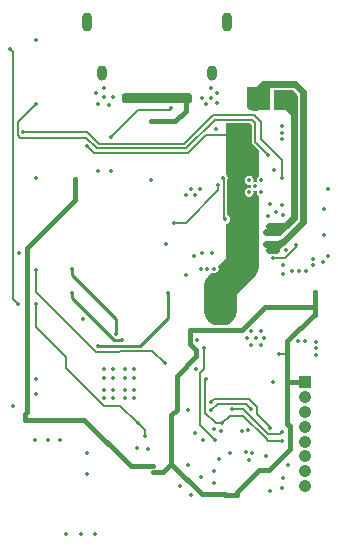
<source format=gbr>
%TF.GenerationSoftware,KiCad,Pcbnew,8.0.3*%
%TF.CreationDate,2024-09-21T17:28:31+02:00*%
%TF.ProjectId,SynchGaze_Transmiter,53796e63-6847-4617-9a65-5f5472616e73,1.0*%
%TF.SameCoordinates,Original*%
%TF.FileFunction,Copper,L4,Bot*%
%TF.FilePolarity,Positive*%
%FSLAX46Y46*%
G04 Gerber Fmt 4.6, Leading zero omitted, Abs format (unit mm)*
G04 Created by KiCad (PCBNEW 8.0.3) date 2024-09-21 17:28:31*
%MOMM*%
%LPD*%
G01*
G04 APERTURE LIST*
%TA.AperFunction,ComponentPad*%
%ADD10R,1.058000X1.058000*%
%TD*%
%TA.AperFunction,ComponentPad*%
%ADD11C,1.058000*%
%TD*%
%TA.AperFunction,ComponentPad*%
%ADD12O,0.900000X1.600000*%
%TD*%
%TA.AperFunction,ComponentPad*%
%ADD13O,0.900000X1.300000*%
%TD*%
%TA.AperFunction,ViaPad*%
%ADD14C,0.350000*%
%TD*%
%TA.AperFunction,Conductor*%
%ADD15C,0.200000*%
%TD*%
%TA.AperFunction,Conductor*%
%ADD16C,0.250000*%
%TD*%
%TA.AperFunction,Conductor*%
%ADD17C,0.400000*%
%TD*%
%TA.AperFunction,Conductor*%
%ADD18C,0.600000*%
%TD*%
G04 APERTURE END LIST*
D10*
%TO.P,J202,1,Pin_1*%
%TO.N,+3V3*%
X165735000Y-80912000D03*
D11*
%TO.P,J202,2,Pin_2*%
%TO.N,GND*%
X165735000Y-82162000D03*
%TO.P,J202,3,Pin_3*%
%TO.N,/MCU/FSPI_CLK*%
X165735000Y-83412000D03*
%TO.P,J202,4,Pin_4*%
%TO.N,/MCU/FSPI_Q*%
X165735000Y-84662000D03*
%TO.P,J202,5,Pin_5*%
%TO.N,/MCU/FSPI_D*%
X165735000Y-85912000D03*
%TO.P,J202,6,Pin_6*%
%TO.N,/MCU/IMU_NCS*%
X165735000Y-87162000D03*
%TO.P,J202,7,Pin_7*%
%TO.N,/MCU/INTER_ACC*%
X165735000Y-88412000D03*
%TO.P,J202,8,Pin_8*%
%TO.N,/MCU/INTER_GYR{slash}BOOT*%
X165735000Y-89662000D03*
%TD*%
D12*
%TO.P,J201,S1,SHELL_GND*%
%TO.N,unconnected-(J201-SHELL_GND-PadS1)_0*%
X159130850Y-50400000D03*
%TO.P,J201,S2,SHELL_GND*%
%TO.N,unconnected-(J201-SHELL_GND-PadS2)_0*%
X147290850Y-50400000D03*
D13*
%TO.P,J201,S3,SHELL_GND*%
%TO.N,unconnected-(J201-SHELL_GND-PadS1)*%
X157860850Y-54720000D03*
%TO.P,J201,S4,SHELL_GND*%
%TO.N,unconnected-(J201-SHELL_GND-PadS2)*%
X148560850Y-54720000D03*
%TD*%
D14*
%TO.N,GND*%
X157505400Y-71272400D03*
X148742400Y-56769000D03*
X149504400Y-79756000D03*
X167386000Y-68402200D03*
X155194000Y-89712800D03*
X161036000Y-64795400D03*
X161315400Y-86868000D03*
X156946599Y-71272400D03*
X148767800Y-82245200D03*
X166700200Y-78028800D03*
X141046200Y-82931000D03*
X155727400Y-71831200D03*
X163880800Y-66700400D03*
X152704800Y-63754000D03*
X151257000Y-79756000D03*
X162839400Y-90093800D03*
X161594800Y-77114400D03*
X146939000Y-75514200D03*
X164693599Y-71450200D03*
X163906200Y-71755000D03*
X151257000Y-82245200D03*
X163830000Y-59766200D03*
X159410400Y-86842600D03*
X148767800Y-80492600D03*
X166700200Y-77495400D03*
X145008600Y-85775800D03*
X161010600Y-87452200D03*
X150520400Y-80492600D03*
X163830000Y-60325000D03*
X166700200Y-78587601D03*
X155879800Y-83261200D03*
X157784800Y-56007000D03*
X163830000Y-65862200D03*
X164128400Y-69672200D03*
X163042600Y-80873600D03*
X163906200Y-70993000D03*
X158064200Y-89433400D03*
X142976600Y-51943000D03*
X162052000Y-63779400D03*
X155879800Y-87909400D03*
X148005800Y-93726000D03*
X143027400Y-81864200D03*
X162052000Y-64795400D03*
X158064200Y-88392000D03*
X163271200Y-66471800D03*
X160832800Y-77114400D03*
X151257000Y-81508599D03*
X146812000Y-93726000D03*
X142875000Y-85775800D03*
X152438100Y-86550500D03*
X162001200Y-76530200D03*
X162331400Y-77114400D03*
X158292800Y-57251600D03*
X157022800Y-69977000D03*
X150520400Y-81508599D03*
X163830000Y-89839800D03*
X151257000Y-80492600D03*
X148742400Y-56007000D03*
X156540200Y-79756000D03*
X150520400Y-82245200D03*
X165811200Y-71450200D03*
X141528800Y-69951600D03*
X163118800Y-62890400D03*
X160959800Y-84963000D03*
X158242000Y-59486800D03*
X163880800Y-88976200D03*
X158064200Y-71272400D03*
X158318200Y-56413400D03*
X160401000Y-84988400D03*
X167386000Y-66243200D03*
X149148800Y-57404000D03*
X149504400Y-80492600D03*
X149529800Y-56769000D03*
X147269200Y-88620600D03*
X164338000Y-87858600D03*
X156489400Y-85166200D03*
X149504400Y-81508600D03*
X165252400Y-71450200D03*
X158688400Y-84996400D03*
X157911800Y-69977000D03*
X162610800Y-66776600D03*
X143022900Y-63636999D03*
X150520400Y-79756000D03*
X167716200Y-70231000D03*
X148259800Y-57353200D03*
X148767800Y-79756000D03*
X156632600Y-77292200D03*
X147269200Y-86893400D03*
X151511000Y-86487000D03*
X165760400Y-77393800D03*
X165176200Y-77393800D03*
X148259800Y-62966600D03*
X156133800Y-90474800D03*
X161544000Y-64287400D03*
X149326600Y-62966600D03*
X161213800Y-77698600D03*
X162458400Y-87172800D03*
X156921200Y-88925400D03*
X143967200Y-85775800D03*
X167741600Y-64541400D03*
X158521400Y-87426800D03*
X163830000Y-59207400D03*
X160756600Y-86766400D03*
X162001200Y-77698600D03*
X157099000Y-85801200D03*
X156362400Y-70205600D03*
X149504400Y-82245200D03*
X158089600Y-84861400D03*
X162839400Y-65811400D03*
X143002000Y-80594200D03*
X167284400Y-70688200D03*
X161036000Y-63779400D03*
X154025600Y-69189600D03*
X148767800Y-81508599D03*
X166446200Y-70993000D03*
X157022801Y-56794400D03*
X145567400Y-93726000D03*
X161213800Y-76530200D03*
X148082000Y-56438800D03*
X166446200Y-70434200D03*
X157403800Y-57327800D03*
X157784800Y-56794400D03*
%TO.N,/MCU/INTER_GYR{slash}BOOT*%
X153900000Y-79300000D03*
X158129600Y-85758400D03*
X143000000Y-71400000D03*
X157200600Y-78003400D03*
%TO.N,/MCU/INTER_ACC*%
X162768876Y-84728724D03*
X157784800Y-82600800D03*
%TO.N,/MCU/FSPI_D*%
X163860000Y-85856600D03*
X157378400Y-80645000D03*
X158724600Y-84378800D03*
%TO.N,/MCU/SPI_DO*%
X154178000Y-73329800D03*
X148259800Y-77825600D03*
%TO.N,/MCU/SPI_NWP*%
X150241000Y-77325600D03*
X146024600Y-73304400D03*
%TO.N,/MCU/FSPI_Q*%
X163809200Y-85094600D03*
X159613600Y-83171000D03*
%TO.N,/MCU/SPI_NCS0*%
X149758400Y-76784200D03*
X146024600Y-71297800D03*
%TO.N,/MCU/IMU_NCS*%
X157784800Y-83261200D03*
X161213800Y-83159600D03*
%TO.N,+3V3*%
X146300000Y-63700000D03*
X166649400Y-74523600D03*
X166649400Y-73279000D03*
X160020000Y-90398600D03*
X156565600Y-78688600D03*
X142036800Y-83591400D03*
X142036800Y-84048600D03*
X154457400Y-87807800D03*
X152857200Y-88011000D03*
X162687000Y-88315800D03*
X154930200Y-83226000D03*
X163601400Y-78486000D03*
X166649400Y-75158600D03*
X152857200Y-88519000D03*
X166649400Y-73888600D03*
X156057600Y-76479400D03*
%TO.N,VBUS*%
X155702000Y-57048400D03*
X155430997Y-56642000D03*
X150994603Y-56642000D03*
X150723600Y-57048400D03*
X158826200Y-63562152D03*
X152704800Y-58801000D03*
X164998400Y-69291200D03*
X163042600Y-70383400D03*
X150469600Y-56642000D03*
X155956000Y-56642000D03*
X159034138Y-67088014D03*
%TO.N,/MCU/CHIP_EN*%
X140800000Y-52700000D03*
X141500000Y-74300000D03*
X143000000Y-74300000D03*
X151612600Y-84378800D03*
X152196800Y-85471000D03*
%TO.N,/MCU/CC2*%
X154460850Y-57658000D03*
X149326600Y-60121800D03*
%TO.N,VCC*%
X159054800Y-75006200D03*
X159334200Y-74549000D03*
X147281281Y-60918719D03*
X161010600Y-59207400D03*
X158648400Y-74371200D03*
X160477200Y-59207400D03*
X159918400Y-59207400D03*
X160172400Y-59613800D03*
X160705800Y-59613800D03*
X158013400Y-74371200D03*
X157403800Y-74371200D03*
%TO.N,/Power/~{CRG}*%
X143000000Y-57300000D03*
X162636200Y-61620400D03*
%TO.N,/Power/~{PG}*%
X163830000Y-63576200D03*
X141900000Y-59700000D03*
%TO.N,/Power/TMR*%
X154660600Y-67386200D03*
X158394400Y-64211200D03*
%TO.N,/Power/BAT*%
X162737800Y-67665600D03*
X163601400Y-68173600D03*
X163042600Y-68173600D03*
X163322000Y-67665600D03*
X164820600Y-56743600D03*
X162458400Y-68173600D03*
X164312600Y-57023000D03*
X164820600Y-57327800D03*
X164312600Y-57632600D03*
%TO.N,GNDPWR*%
X162737800Y-69672200D03*
X163093400Y-69164200D03*
X161086800Y-57327800D03*
X156438600Y-64998600D03*
X163626800Y-69088000D03*
X156083000Y-64541400D03*
X161086800Y-56743600D03*
X162458400Y-69164200D03*
X156845000Y-64541400D03*
X161594800Y-57048400D03*
X161594800Y-57607201D03*
X163328400Y-69672200D03*
X155727400Y-64998600D03*
%TD*%
D15*
%TO.N,/MCU/INTER_GYR{slash}BOOT*%
X153900000Y-79300000D02*
X152850600Y-78250600D01*
X148063048Y-78300600D02*
X143000000Y-73237552D01*
X150050000Y-78300600D02*
X148063048Y-78300600D01*
X152850600Y-78250600D02*
X150100000Y-78250600D01*
X156845000Y-80122952D02*
X156845000Y-84473800D01*
X156845000Y-84473800D02*
X158129600Y-85758400D01*
X143000000Y-73237552D02*
X143000000Y-71400000D01*
X157200600Y-79767352D02*
X156845000Y-80122952D01*
X150100000Y-78250600D02*
X150050000Y-78300600D01*
X157200600Y-78003400D02*
X157200600Y-79767352D01*
%TO.N,/MCU/INTER_ACC*%
X162768876Y-84728724D02*
X162768876Y-84663876D01*
X161021952Y-82296000D02*
X158089600Y-82296000D01*
X158089600Y-82296000D02*
X157784800Y-82600800D01*
X162768876Y-84663876D02*
X161688800Y-83583800D01*
X161688800Y-82962848D02*
X161021952Y-82296000D01*
X161688800Y-83583800D02*
X161688800Y-82962848D01*
%TO.N,/MCU/FSPI_D*%
X160521114Y-83718400D02*
X162437514Y-85634800D01*
X162659315Y-85856600D02*
X163860000Y-85856600D01*
X159385000Y-83718400D02*
X160521114Y-83718400D01*
X158230648Y-84378800D02*
X157309800Y-83457952D01*
X157309800Y-83457952D02*
X157309800Y-80713600D01*
X162437515Y-85634800D02*
X162659315Y-85856600D01*
X158724600Y-84378800D02*
X159385000Y-83718400D01*
X162437514Y-85634800D02*
X162437515Y-85634800D01*
X158724600Y-84378800D02*
X158230648Y-84378800D01*
X157309800Y-80713600D02*
X157378400Y-80645000D01*
D16*
%TO.N,/MCU/SPI_DO*%
X151790400Y-77825600D02*
X154178000Y-75438000D01*
X148259800Y-77825600D02*
X151790400Y-77825600D01*
X154178000Y-75438000D02*
X154178000Y-73329800D01*
%TO.N,/MCU/SPI_NWP*%
X146024600Y-73304400D02*
X146050000Y-73329800D01*
X146024600Y-73761600D02*
X149588600Y-77325600D01*
X149588600Y-77325600D02*
X150241000Y-77325600D01*
X146024600Y-73304400D02*
X146024600Y-73761600D01*
D15*
%TO.N,/MCU/FSPI_Q*%
X162603200Y-85234800D02*
X160539400Y-83171000D01*
X163809200Y-85094600D02*
X163669000Y-85234800D01*
X160539400Y-83171000D02*
X159613600Y-83171000D01*
X163669000Y-85234800D02*
X162603200Y-85234800D01*
D16*
%TO.N,/MCU/SPI_NCS0*%
X146024600Y-71297800D02*
X146024600Y-71831200D01*
X149758400Y-75565000D02*
X149758400Y-76784200D01*
X146024600Y-71831200D02*
X149758400Y-75565000D01*
D15*
%TO.N,/MCU/IMU_NCS*%
X161213800Y-83159600D02*
X160750200Y-82696000D01*
X160750200Y-82696000D02*
X158361352Y-82696000D01*
X157796152Y-83261200D02*
X157784800Y-83261200D01*
X158361352Y-82696000D02*
X157796152Y-83261200D01*
D17*
%TO.N,+3V3*%
X147091400Y-84048600D02*
X151053800Y-88011000D01*
X160451427Y-76479400D02*
X162407227Y-74523600D01*
X146300000Y-65500000D02*
X146300000Y-63700000D01*
X164490400Y-86512400D02*
X164490400Y-84607400D01*
X152857200Y-88519000D02*
X153746200Y-88519000D01*
X142036800Y-84048600D02*
X142036800Y-83591400D01*
X142036800Y-84048600D02*
X147091400Y-84048600D01*
X142036800Y-83591400D02*
X142240000Y-83388200D01*
X158961200Y-90381200D02*
X157030800Y-90381200D01*
X154930200Y-83226000D02*
X154457400Y-83698800D01*
X160020000Y-90398600D02*
X160020000Y-90158827D01*
X164276400Y-80848200D02*
X164515800Y-80848200D01*
X164276400Y-77379200D02*
X166497000Y-75158600D01*
X164276400Y-80848200D02*
X164276400Y-77379200D01*
X164579600Y-80912000D02*
X165735000Y-80912000D01*
X156565600Y-78688600D02*
X156565600Y-78181200D01*
X157030800Y-90381200D02*
X154457400Y-87807800D01*
X142240000Y-83388200D02*
X142240000Y-69560000D01*
X164515800Y-80848200D02*
X164579600Y-80912000D01*
X154457400Y-83698800D02*
X154457400Y-87807800D01*
X153746200Y-88519000D02*
X154457400Y-87807800D01*
X162687000Y-88315800D02*
X164490400Y-86512400D01*
X156057600Y-77673200D02*
X156057600Y-76479400D01*
X164276400Y-84393400D02*
X164276400Y-80848200D01*
X160020000Y-90398600D02*
X158978600Y-90398600D01*
X154930200Y-80324000D02*
X156565600Y-78688600D01*
X156057600Y-76479400D02*
X160451427Y-76479400D01*
X156565600Y-78181200D02*
X156057600Y-77673200D01*
D15*
X163601400Y-78486000D02*
X163652200Y-78536800D01*
D17*
X166649400Y-74523600D02*
X166649400Y-75158600D01*
X166649400Y-73279000D02*
X166649400Y-75158600D01*
X161863027Y-88315800D02*
X162687000Y-88315800D01*
X160020000Y-90158827D02*
X161863027Y-88315800D01*
X151053800Y-88011000D02*
X152857200Y-88011000D01*
X154930200Y-83226000D02*
X154930200Y-80324000D01*
X162407227Y-74523600D02*
X166649400Y-74523600D01*
X166497000Y-75158600D02*
X166649400Y-75158600D01*
X142240000Y-69560000D02*
X146300000Y-65500000D01*
X164490400Y-84607400D02*
X164276400Y-84393400D01*
X158978600Y-90398600D02*
X158961200Y-90381200D01*
D15*
X163652200Y-78536800D02*
X164276400Y-78536800D01*
%TO.N,VBUS*%
X158877000Y-66930876D02*
X158877000Y-63612952D01*
X164998400Y-69473952D02*
X164088952Y-70383400D01*
D17*
X154787600Y-58801000D02*
X155702000Y-57886600D01*
D15*
X164998400Y-69291200D02*
X164998400Y-69473952D01*
X159034138Y-67088014D02*
X158877000Y-66930876D01*
D17*
X155702000Y-57886600D02*
X155702000Y-57048400D01*
X152704800Y-58801000D02*
X154787600Y-58801000D01*
D15*
X164088952Y-70383400D02*
X163042600Y-70383400D01*
X158877000Y-63612952D02*
X158826200Y-63562152D01*
%TO.N,/MCU/CHIP_EN*%
X150139400Y-82905600D02*
X151612600Y-84378800D01*
X141025000Y-52925000D02*
X140800000Y-52700000D01*
X143000000Y-74300000D02*
X143000000Y-76248800D01*
X152196800Y-85471000D02*
X152196800Y-84963000D01*
X141500000Y-74300000D02*
X141025000Y-73825000D01*
X145545301Y-79694453D02*
X148756448Y-82905600D01*
X152196800Y-84963000D02*
X151612600Y-84378800D01*
X148756448Y-82905600D02*
X150139400Y-82905600D01*
X141025000Y-73825000D02*
X141025000Y-52925000D01*
X143000000Y-76248800D02*
X145545301Y-78794101D01*
X145545301Y-78794101D02*
X145545301Y-79694453D01*
%TO.N,/MCU/CC2*%
X154460850Y-57658000D02*
X154308450Y-57810400D01*
X151638000Y-57810400D02*
X149326600Y-60121800D01*
X154308450Y-57810400D02*
X151638000Y-57810400D01*
%TO.N,VCC*%
X157367486Y-59961800D02*
X155829286Y-61500000D01*
X147862562Y-61500000D02*
X147281281Y-60918719D01*
X148200000Y-61500000D02*
X147862562Y-61500000D01*
X159918400Y-59207400D02*
X159164000Y-59961800D01*
X159164000Y-59961800D02*
X157367486Y-59961800D01*
X155829286Y-61500000D02*
X148200000Y-61500000D01*
%TO.N,/Power/~{CRG}*%
X141425000Y-59925000D02*
X141425000Y-58875000D01*
X141675000Y-60175000D02*
X141425000Y-59925000D01*
X161257714Y-58648600D02*
X158115000Y-58648600D01*
X141425000Y-58875000D02*
X143000000Y-57300000D01*
X162636200Y-61620400D02*
X161544000Y-60528200D01*
X155663600Y-61100000D02*
X148134314Y-61100000D01*
X161544000Y-58934886D02*
X161257714Y-58648600D01*
X147209314Y-60175000D02*
X141675000Y-60175000D01*
X148134314Y-61100000D02*
X147209314Y-60175000D01*
X161544000Y-60528200D02*
X161544000Y-58934886D01*
X158115000Y-58648600D02*
X155663600Y-61100000D01*
%TO.N,/Power/~{PG}*%
X163830000Y-63576200D02*
X163830000Y-62091552D01*
X155497914Y-60700000D02*
X148300000Y-60700000D01*
X157949314Y-58248600D02*
X155497914Y-60700000D01*
X161423400Y-58248600D02*
X157949314Y-58248600D01*
X162001200Y-58826400D02*
X161423400Y-58248600D01*
X162001200Y-60262752D02*
X162001200Y-58826400D01*
X148300000Y-60700000D02*
X147300000Y-59700000D01*
X147300000Y-59700000D02*
X141900000Y-59700000D01*
X163830000Y-62091552D02*
X162001200Y-60262752D01*
%TO.N,/Power/TMR*%
X155651200Y-67386200D02*
X158394400Y-64643000D01*
X154660600Y-67386200D02*
X155651200Y-67386200D01*
X158394400Y-64643000D02*
X158394400Y-64211200D01*
D18*
%TO.N,/Power/BAT*%
X164312600Y-57023000D02*
X164312600Y-57683400D01*
X164109400Y-67665600D02*
X163601400Y-68173600D01*
X162737800Y-67665600D02*
X164109400Y-67665600D01*
X164820600Y-58572400D02*
X164820600Y-66954400D01*
X164312600Y-57683400D02*
X164820600Y-58191400D01*
X164820600Y-66954400D02*
X164109400Y-67665600D01*
X164820600Y-56743600D02*
X164820600Y-58572400D01*
X164820600Y-56743600D02*
X164592000Y-56743600D01*
X164820600Y-58191400D02*
X164820600Y-58572400D01*
X163601400Y-68173600D02*
X162458400Y-68173600D01*
X164592000Y-56743600D02*
X164312600Y-57023000D01*
%TO.N,GNDPWR*%
X161594800Y-57607201D02*
X161594800Y-56210200D01*
X162179000Y-55626000D02*
X162458400Y-55626000D01*
X161594800Y-57607201D02*
X161366201Y-57607201D01*
X163848805Y-68997200D02*
X163328400Y-69517605D01*
X161086800Y-57327800D02*
X161086800Y-56718200D01*
X162458400Y-69164200D02*
X163550600Y-69164200D01*
X164922200Y-55626000D02*
X165620600Y-56324400D01*
X163550600Y-69164200D02*
X163626800Y-69088000D01*
X163328400Y-69517605D02*
X163328400Y-69672200D01*
X163328400Y-69672200D02*
X162737800Y-69672200D01*
X163920800Y-68997200D02*
X163848805Y-68997200D01*
X161366201Y-57607201D02*
X161086800Y-57327800D01*
X165620600Y-67297400D02*
X163920800Y-68997200D01*
X161086800Y-56718200D02*
X162179000Y-55626000D01*
X165620600Y-56324400D02*
X165620600Y-67297400D01*
X162179000Y-55626000D02*
X164922200Y-55626000D01*
X161594800Y-56210200D02*
X162179000Y-55626000D01*
%TD*%
%TA.AperFunction,Conductor*%
%TO.N,GNDPWR*%
G36*
X162648405Y-55858330D02*
G01*
X162762069Y-55905412D01*
X162788587Y-55931930D01*
X162835670Y-56045595D01*
X162839400Y-56064347D01*
X162839400Y-57651452D01*
X162835670Y-57670204D01*
X162788587Y-57783869D01*
X162762069Y-57810387D01*
X162648405Y-57857470D01*
X162629653Y-57861200D01*
X161088400Y-57861200D01*
X161053752Y-57846848D01*
X161040471Y-57822387D01*
X161038862Y-57814821D01*
X161038862Y-57814819D01*
X161017610Y-57783896D01*
X160965177Y-57707602D01*
X160935424Y-57684771D01*
X160935422Y-57684770D01*
X160935421Y-57684769D01*
X160935416Y-57684766D01*
X160860127Y-57647636D01*
X160835400Y-57619440D01*
X160832800Y-57603690D01*
X160832800Y-56064347D01*
X160836530Y-56045595D01*
X160883612Y-55931930D01*
X160910130Y-55905412D01*
X161023795Y-55858330D01*
X161042547Y-55854600D01*
X162629653Y-55854600D01*
X162648405Y-55858330D01*
G37*
%TD.AperFunction*%
%TD*%
%TA.AperFunction,Conductor*%
%TO.N,/Power/BAT*%
G36*
X164729238Y-56140852D02*
G01*
X165105748Y-56517362D01*
X165120100Y-56552010D01*
X165120100Y-57664247D01*
X165116370Y-57682999D01*
X165074587Y-57783869D01*
X165048069Y-57810387D01*
X164934405Y-57857470D01*
X164915653Y-57861200D01*
X163328547Y-57861200D01*
X163309795Y-57857470D01*
X163196130Y-57810387D01*
X163169612Y-57783869D01*
X163122530Y-57670204D01*
X163118800Y-57651452D01*
X163118800Y-56175500D01*
X163133152Y-56140852D01*
X163167800Y-56126500D01*
X164694590Y-56126500D01*
X164729238Y-56140852D01*
G37*
%TD.AperFunction*%
%TD*%
%TA.AperFunction,Conductor*%
%TO.N,VBUS*%
G36*
X155993605Y-56417130D02*
G01*
X156107269Y-56464212D01*
X156133787Y-56490730D01*
X156180870Y-56604395D01*
X156184600Y-56623147D01*
X156184600Y-57041852D01*
X156180870Y-57060604D01*
X156133787Y-57174269D01*
X156107269Y-57200787D01*
X155993605Y-57247870D01*
X155974853Y-57251600D01*
X150450747Y-57251600D01*
X150431995Y-57247870D01*
X150318330Y-57200787D01*
X150291812Y-57174269D01*
X150244730Y-57060604D01*
X150241000Y-57041852D01*
X150241000Y-56623147D01*
X150244730Y-56604395D01*
X150291812Y-56490730D01*
X150318330Y-56464212D01*
X150431995Y-56417130D01*
X150450747Y-56413400D01*
X155974853Y-56413400D01*
X155993605Y-56417130D01*
G37*
%TD.AperFunction*%
%TD*%
%TA.AperFunction,Conductor*%
%TO.N,/Power/BAT*%
G36*
X164729238Y-56140852D02*
G01*
X165105748Y-56517362D01*
X165120100Y-56552010D01*
X165120100Y-57664247D01*
X165116370Y-57682999D01*
X165074587Y-57783869D01*
X165048069Y-57810387D01*
X164934405Y-57857470D01*
X164915653Y-57861200D01*
X163328547Y-57861200D01*
X163309795Y-57857470D01*
X163196130Y-57810387D01*
X163169612Y-57783869D01*
X163122530Y-57670204D01*
X163118800Y-57651452D01*
X163118800Y-56175500D01*
X163133152Y-56140852D01*
X163167800Y-56126500D01*
X164694590Y-56126500D01*
X164729238Y-56140852D01*
G37*
%TD.AperFunction*%
%TD*%
%TA.AperFunction,Conductor*%
%TO.N,VCC*%
G36*
X161147595Y-58963452D02*
G01*
X161229148Y-59045005D01*
X161243500Y-59079653D01*
X161243500Y-60587973D01*
X161265145Y-60640227D01*
X161289249Y-60698420D01*
X161289250Y-60698421D01*
X161289250Y-60698422D01*
X161842440Y-61251611D01*
X161856792Y-61286238D01*
X161857720Y-63425376D01*
X161843383Y-63460030D01*
X161829981Y-63469544D01*
X161811860Y-63478270D01*
X161811859Y-63478271D01*
X161704986Y-63612285D01*
X161704984Y-63612289D01*
X161666843Y-63779398D01*
X161666843Y-63779401D01*
X161683435Y-63852096D01*
X161677153Y-63889070D01*
X161646568Y-63910771D01*
X161635226Y-63910771D01*
X161635226Y-63911900D01*
X161452774Y-63911900D01*
X161452774Y-63908996D01*
X161426248Y-63904478D01*
X161404559Y-63873883D01*
X161404564Y-63852096D01*
X161404748Y-63851293D01*
X161421157Y-63779400D01*
X161404199Y-63705102D01*
X161383015Y-63612289D01*
X161383013Y-63612285D01*
X161276142Y-63478273D01*
X161276141Y-63478272D01*
X161238261Y-63460030D01*
X161121709Y-63403901D01*
X161121706Y-63403900D01*
X161121705Y-63403900D01*
X160950295Y-63403900D01*
X160950294Y-63403900D01*
X160950290Y-63403901D01*
X160795862Y-63478270D01*
X160795857Y-63478273D01*
X160688986Y-63612285D01*
X160688984Y-63612289D01*
X160650843Y-63779398D01*
X160650843Y-63779401D01*
X160688984Y-63946510D01*
X160688986Y-63946514D01*
X160766798Y-64044087D01*
X160795859Y-64080528D01*
X160872890Y-64117624D01*
X160950290Y-64154898D01*
X160950292Y-64154898D01*
X160950295Y-64154900D01*
X160950297Y-64154900D01*
X161127226Y-64154900D01*
X161127226Y-64157823D01*
X161153641Y-64162251D01*
X161175411Y-64192789D01*
X161175436Y-64214702D01*
X161158843Y-64287401D01*
X161175435Y-64360096D01*
X161169153Y-64397070D01*
X161138568Y-64418771D01*
X161127226Y-64418771D01*
X161127226Y-64419900D01*
X161121705Y-64419900D01*
X160950295Y-64419900D01*
X160950294Y-64419900D01*
X160950290Y-64419901D01*
X160795862Y-64494270D01*
X160795857Y-64494273D01*
X160688986Y-64628285D01*
X160688984Y-64628289D01*
X160650843Y-64795398D01*
X160650843Y-64795401D01*
X160688984Y-64962510D01*
X160688986Y-64962514D01*
X160795857Y-65096526D01*
X160795859Y-65096528D01*
X160872793Y-65133577D01*
X160950290Y-65170898D01*
X160950292Y-65170898D01*
X160950295Y-65170900D01*
X160950297Y-65170900D01*
X161121703Y-65170900D01*
X161121705Y-65170900D01*
X161276141Y-65096528D01*
X161383014Y-64962513D01*
X161400508Y-64885871D01*
X161421157Y-64795401D01*
X161421157Y-64795398D01*
X161404564Y-64722703D01*
X161410845Y-64685730D01*
X161441431Y-64664028D01*
X161452774Y-64664037D01*
X161452774Y-64662900D01*
X161635226Y-64662900D01*
X161635226Y-64665823D01*
X161661641Y-64670251D01*
X161683411Y-64700789D01*
X161683436Y-64722702D01*
X161666844Y-64795398D01*
X161666843Y-64795401D01*
X161704984Y-64962510D01*
X161704986Y-64962514D01*
X161758422Y-65029520D01*
X161811859Y-65096528D01*
X161830729Y-65105615D01*
X161855719Y-65133577D01*
X161858469Y-65149741D01*
X161860999Y-70981608D01*
X161860999Y-70981830D01*
X161860993Y-70983290D01*
X161860990Y-70983611D01*
X161860977Y-70984832D01*
X161860974Y-70985099D01*
X161860815Y-70994975D01*
X161860811Y-70995182D01*
X161860786Y-70996412D01*
X161860777Y-70996777D01*
X161860742Y-70998037D01*
X161860735Y-70998269D01*
X161859986Y-71021292D01*
X161859980Y-71021482D01*
X161859934Y-71022745D01*
X161859918Y-71023126D01*
X161859852Y-71024600D01*
X161859369Y-71034474D01*
X161859281Y-71036122D01*
X161859180Y-71037768D01*
X161854494Y-71109254D01*
X161854451Y-71109850D01*
X161854141Y-71113834D01*
X161854033Y-71115039D01*
X161853629Y-71118973D01*
X161853564Y-71119569D01*
X161850261Y-71148273D01*
X161850188Y-71148870D01*
X161849683Y-71152830D01*
X161849518Y-71154014D01*
X161848907Y-71158023D01*
X161848811Y-71158623D01*
X161837747Y-71225631D01*
X161837648Y-71226214D01*
X161836946Y-71230168D01*
X161836720Y-71231353D01*
X161835913Y-71235327D01*
X161835789Y-71235919D01*
X161829717Y-71264036D01*
X161829585Y-71264631D01*
X161828674Y-71268609D01*
X161828396Y-71269758D01*
X161827413Y-71273620D01*
X161827257Y-71274215D01*
X161789876Y-71413721D01*
X161789662Y-71414497D01*
X161788187Y-71419661D01*
X161787724Y-71421185D01*
X161786084Y-71426292D01*
X161785830Y-71427062D01*
X161773491Y-71463409D01*
X161773226Y-71464170D01*
X161771413Y-71469235D01*
X161770849Y-71470731D01*
X161768892Y-71475683D01*
X161768592Y-71476426D01*
X161733945Y-71560070D01*
X161733632Y-71560807D01*
X161731513Y-71565695D01*
X161730853Y-71567154D01*
X161728559Y-71572005D01*
X161728209Y-71572729D01*
X161711217Y-71607186D01*
X161710859Y-71607896D01*
X161708421Y-71612644D01*
X161707658Y-71614073D01*
X161705061Y-71618744D01*
X161704670Y-71619433D01*
X161633291Y-71743065D01*
X161632885Y-71743755D01*
X161630143Y-71748330D01*
X161629306Y-71749677D01*
X161626443Y-71754121D01*
X161626007Y-71754787D01*
X161604795Y-71786566D01*
X161604382Y-71787173D01*
X161601361Y-71791543D01*
X161600436Y-71792835D01*
X161597268Y-71797114D01*
X161596789Y-71797751D01*
X161542163Y-71869079D01*
X161541677Y-71869703D01*
X161538384Y-71873862D01*
X161537373Y-71875097D01*
X161533896Y-71879206D01*
X161533376Y-71879810D01*
X161508317Y-71908465D01*
X161507793Y-71909055D01*
X161504242Y-71912986D01*
X161503149Y-71914158D01*
X161499448Y-71917995D01*
X161498894Y-71918560D01*
X160052700Y-73370234D01*
X160009443Y-73435263D01*
X159994393Y-73511898D01*
X159997594Y-74748423D01*
X159997594Y-74748662D01*
X159997591Y-74749980D01*
X159997588Y-74750372D01*
X159997575Y-74751635D01*
X159997573Y-74751839D01*
X159997426Y-74762010D01*
X159997422Y-74762231D01*
X159997398Y-74763496D01*
X159997390Y-74763866D01*
X159997355Y-74765186D01*
X159997348Y-74765428D01*
X159996599Y-74789236D01*
X159996592Y-74789426D01*
X159996548Y-74790671D01*
X159996531Y-74791097D01*
X159996473Y-74792413D01*
X159996464Y-74792624D01*
X159995974Y-74802751D01*
X159995963Y-74802958D01*
X159995891Y-74804326D01*
X159995870Y-74804692D01*
X159995776Y-74806226D01*
X159991094Y-74877655D01*
X159991054Y-74878220D01*
X159990739Y-74882263D01*
X159990634Y-74883425D01*
X159990227Y-74887392D01*
X159990162Y-74887993D01*
X159986857Y-74916710D01*
X159986786Y-74917294D01*
X159986289Y-74921199D01*
X159986120Y-74922404D01*
X159985504Y-74926441D01*
X159985410Y-74927033D01*
X159974346Y-74994041D01*
X159974246Y-74994629D01*
X159973543Y-74998586D01*
X159973315Y-74999778D01*
X159972509Y-75003742D01*
X159972388Y-75004324D01*
X159966308Y-75032474D01*
X159966175Y-75033070D01*
X159965286Y-75036951D01*
X159965008Y-75038099D01*
X159963996Y-75042074D01*
X159963841Y-75042667D01*
X159926475Y-75182116D01*
X159926261Y-75182891D01*
X159924783Y-75188066D01*
X159924320Y-75189591D01*
X159922687Y-75194676D01*
X159922434Y-75195444D01*
X159910076Y-75231850D01*
X159909812Y-75232608D01*
X159908019Y-75237619D01*
X159907454Y-75239119D01*
X159905494Y-75244079D01*
X159905193Y-75244823D01*
X159870555Y-75328446D01*
X159870243Y-75329183D01*
X159868115Y-75334092D01*
X159867454Y-75335551D01*
X159865160Y-75340402D01*
X159864810Y-75341126D01*
X159847820Y-75375578D01*
X159847458Y-75376297D01*
X159845010Y-75381062D01*
X159844262Y-75382461D01*
X159841679Y-75387112D01*
X159841277Y-75387822D01*
X159769924Y-75511407D01*
X159769517Y-75512100D01*
X159766753Y-75516711D01*
X159765909Y-75518068D01*
X159762979Y-75522613D01*
X159762537Y-75523285D01*
X159741238Y-75555162D01*
X159740789Y-75555824D01*
X159737742Y-75560227D01*
X159736806Y-75561533D01*
X159733619Y-75565830D01*
X159733137Y-75566469D01*
X159678011Y-75638312D01*
X159677513Y-75638950D01*
X159674208Y-75643113D01*
X159673201Y-75644340D01*
X159669750Y-75648409D01*
X159669219Y-75649024D01*
X159643889Y-75677906D01*
X159643361Y-75678498D01*
X159639753Y-75682480D01*
X159638650Y-75683658D01*
X159634938Y-75687493D01*
X159634378Y-75688062D01*
X159533462Y-75788978D01*
X159532893Y-75789538D01*
X159529058Y-75793250D01*
X159527880Y-75794353D01*
X159523898Y-75797961D01*
X159523306Y-75798489D01*
X159494424Y-75823819D01*
X159493809Y-75824350D01*
X159489740Y-75827801D01*
X159488513Y-75828808D01*
X159486005Y-75830798D01*
X159484317Y-75832138D01*
X159483712Y-75832611D01*
X159411869Y-75887737D01*
X159411230Y-75888219D01*
X159406933Y-75891406D01*
X159405627Y-75892342D01*
X159401224Y-75895389D01*
X159400562Y-75895838D01*
X159368685Y-75917137D01*
X159368013Y-75917579D01*
X159363468Y-75920509D01*
X159362111Y-75921353D01*
X159357500Y-75924117D01*
X159356807Y-75924524D01*
X159233222Y-75995877D01*
X159232512Y-75996279D01*
X159227861Y-75998862D01*
X159226462Y-75999610D01*
X159221697Y-76002058D01*
X159220978Y-76002420D01*
X159186526Y-76019410D01*
X159185802Y-76019760D01*
X159180951Y-76022054D01*
X159179492Y-76022715D01*
X159174583Y-76024843D01*
X159173846Y-76025155D01*
X159090223Y-76059793D01*
X159089479Y-76060094D01*
X159084519Y-76062054D01*
X159083018Y-76062619D01*
X159077969Y-76064425D01*
X159077251Y-76064675D01*
X159043009Y-76076299D01*
X159027258Y-76078900D01*
X158167942Y-76078900D01*
X158152192Y-76076300D01*
X158133231Y-76069864D01*
X158117948Y-76064676D01*
X158117284Y-76064444D01*
X158112161Y-76062611D01*
X158110680Y-76062054D01*
X158105656Y-76060068D01*
X158105038Y-76059818D01*
X158021340Y-76025149D01*
X158020616Y-76024843D01*
X158015707Y-76022715D01*
X158014248Y-76022054D01*
X158009397Y-76019760D01*
X158008673Y-76019410D01*
X157974221Y-76002420D01*
X157973502Y-76002058D01*
X157968737Y-75999610D01*
X157967338Y-75998862D01*
X157965291Y-75997725D01*
X157962635Y-75996249D01*
X157962017Y-75995900D01*
X157895773Y-75957653D01*
X157838392Y-75924524D01*
X157837699Y-75924117D01*
X157833088Y-75921353D01*
X157831731Y-75920509D01*
X157827186Y-75917579D01*
X157826514Y-75917137D01*
X157794637Y-75895838D01*
X157794012Y-75895414D01*
X157789557Y-75892331D01*
X157788266Y-75891406D01*
X157783969Y-75888219D01*
X157783330Y-75887737D01*
X157711487Y-75832611D01*
X157710885Y-75832141D01*
X157706684Y-75828806D01*
X157705459Y-75827801D01*
X157701328Y-75824296D01*
X157700775Y-75823819D01*
X157671893Y-75798489D01*
X157671301Y-75797961D01*
X157667319Y-75794353D01*
X157666141Y-75793250D01*
X157662306Y-75789538D01*
X157661737Y-75788978D01*
X157560821Y-75688062D01*
X157560261Y-75687493D01*
X157556549Y-75683658D01*
X157555446Y-75682480D01*
X157551838Y-75678498D01*
X157551310Y-75677906D01*
X157525980Y-75649024D01*
X157525510Y-75648480D01*
X157521990Y-75644331D01*
X157520991Y-75643113D01*
X157517645Y-75638898D01*
X157517188Y-75638312D01*
X157462062Y-75566469D01*
X157461580Y-75565830D01*
X157458393Y-75561533D01*
X157457476Y-75560254D01*
X157454369Y-75555763D01*
X157453961Y-75555162D01*
X157432662Y-75523285D01*
X157432220Y-75522613D01*
X157429290Y-75518068D01*
X157428446Y-75516711D01*
X157425682Y-75512100D01*
X157425275Y-75511407D01*
X157353877Y-75387743D01*
X157353572Y-75387205D01*
X157350936Y-75382460D01*
X157350189Y-75381062D01*
X157347741Y-75376297D01*
X157347379Y-75375578D01*
X157330389Y-75341126D01*
X157330063Y-75340451D01*
X157327740Y-75335540D01*
X157327098Y-75334124D01*
X157324926Y-75329112D01*
X157324676Y-75328522D01*
X157289956Y-75244699D01*
X157289756Y-75244207D01*
X157287731Y-75239083D01*
X157287198Y-75237667D01*
X157285358Y-75232526D01*
X157285123Y-75231850D01*
X157272765Y-75195444D01*
X157272512Y-75194676D01*
X157270879Y-75189591D01*
X157270416Y-75188066D01*
X157268938Y-75182891D01*
X157268724Y-75182116D01*
X157231782Y-75044249D01*
X157231583Y-75043484D01*
X157230277Y-75038272D01*
X157229926Y-75036767D01*
X157228996Y-75032474D01*
X157228800Y-75031570D01*
X157228642Y-75030806D01*
X157221206Y-74993547D01*
X157221056Y-74992765D01*
X157220099Y-74987528D01*
X157219841Y-74985972D01*
X157219051Y-74980693D01*
X157218939Y-74979900D01*
X157207121Y-74891019D01*
X157207050Y-74890457D01*
X157206411Y-74884975D01*
X157206264Y-74883503D01*
X157205822Y-74878222D01*
X157205762Y-74877435D01*
X157203199Y-74839457D01*
X157203153Y-74838672D01*
X157202880Y-74833359D01*
X157202825Y-74831796D01*
X157202726Y-74826524D01*
X157202717Y-74825734D01*
X157197606Y-72850977D01*
X157197606Y-72850776D01*
X157197609Y-72849270D01*
X157197627Y-72847563D01*
X157197774Y-72837361D01*
X157197806Y-72835666D01*
X157197852Y-72833972D01*
X157198601Y-72810164D01*
X157198603Y-72810164D01*
X157198605Y-72810025D01*
X157198661Y-72808470D01*
X157198736Y-72806777D01*
X157199229Y-72796584D01*
X157199319Y-72794878D01*
X157199424Y-72793174D01*
X157204111Y-72721655D01*
X157204134Y-72721327D01*
X157204467Y-72717051D01*
X157204558Y-72716044D01*
X157204988Y-72711852D01*
X157205021Y-72711548D01*
X157208346Y-72682653D01*
X157208400Y-72682204D01*
X157208926Y-72678079D01*
X157209072Y-72677039D01*
X157209701Y-72672919D01*
X157209765Y-72672516D01*
X157220869Y-72605258D01*
X157220931Y-72604898D01*
X157221672Y-72600729D01*
X157221884Y-72599621D01*
X157222690Y-72595657D01*
X157222782Y-72595213D01*
X157228957Y-72566627D01*
X157229926Y-72562393D01*
X157230191Y-72561300D01*
X157231203Y-72557325D01*
X157231321Y-72556873D01*
X157268746Y-72417202D01*
X157268922Y-72416562D01*
X157270420Y-72411318D01*
X157270879Y-72409808D01*
X157272512Y-72404723D01*
X157272743Y-72404021D01*
X157285141Y-72367494D01*
X157285345Y-72366909D01*
X157287205Y-72361712D01*
X157287723Y-72360336D01*
X157289774Y-72355149D01*
X157289938Y-72354742D01*
X157324695Y-72270830D01*
X157324908Y-72270329D01*
X157327108Y-72265252D01*
X157327729Y-72263882D01*
X157330084Y-72258902D01*
X157330342Y-72258369D01*
X157347401Y-72223776D01*
X157347741Y-72223102D01*
X157350189Y-72218337D01*
X157350941Y-72216931D01*
X157353525Y-72212280D01*
X157353923Y-72211577D01*
X157425342Y-72087876D01*
X157425673Y-72087312D01*
X157428480Y-72082629D01*
X157429262Y-72081371D01*
X157432192Y-72076822D01*
X157432564Y-72076254D01*
X157453790Y-72044457D01*
X157454232Y-72043806D01*
X157457263Y-72039420D01*
X157458164Y-72038163D01*
X157461332Y-72033884D01*
X157461771Y-72033299D01*
X157516471Y-71961875D01*
X157516923Y-71961295D01*
X157520238Y-71957108D01*
X157521230Y-71955898D01*
X157524678Y-71951824D01*
X157525194Y-71951223D01*
X157550327Y-71922482D01*
X157550782Y-71921969D01*
X157554395Y-71917972D01*
X157555458Y-71916834D01*
X157559151Y-71913005D01*
X157559654Y-71912490D01*
X157848995Y-71622052D01*
X157883613Y-71607637D01*
X157904963Y-71612489D01*
X157978495Y-71647900D01*
X157978497Y-71647900D01*
X158149903Y-71647900D01*
X158149905Y-71647900D01*
X158304341Y-71573528D01*
X158411214Y-71439513D01*
X158415398Y-71421185D01*
X158449357Y-71272401D01*
X158449357Y-71272398D01*
X158411214Y-71105287D01*
X158410820Y-71104468D01*
X158410752Y-71103262D01*
X158409986Y-71099905D01*
X158410556Y-71099774D01*
X158408718Y-71067024D01*
X158420250Y-71048630D01*
X159007498Y-70459157D01*
X159050674Y-70394326D01*
X159065809Y-70317917D01*
X159064593Y-67512535D01*
X159078930Y-67477881D01*
X159113572Y-67463514D01*
X159119841Y-67463514D01*
X159119843Y-67463514D01*
X159274279Y-67389142D01*
X159381152Y-67255127D01*
X159419295Y-67088014D01*
X159419295Y-67088012D01*
X159381153Y-66920903D01*
X159381151Y-66920899D01*
X159274278Y-66786885D01*
X159205239Y-66753637D01*
X159180250Y-66725673D01*
X159177500Y-66709490D01*
X159177500Y-63716006D01*
X159178729Y-63705102D01*
X159211357Y-63562153D01*
X159211357Y-63562150D01*
X159173215Y-63395041D01*
X159173213Y-63395037D01*
X159073430Y-63269913D01*
X159062740Y-63239385D01*
X159061001Y-59225592D01*
X159061007Y-59223946D01*
X159061026Y-59222301D01*
X159061185Y-59212425D01*
X159061218Y-59210778D01*
X159061265Y-59209132D01*
X159062014Y-59186089D01*
X159062074Y-59184444D01*
X159062148Y-59182800D01*
X159062631Y-59172926D01*
X159062719Y-59171278D01*
X159062820Y-59169632D01*
X159067511Y-59098055D01*
X159067534Y-59097727D01*
X159067867Y-59093451D01*
X159067958Y-59092444D01*
X159068388Y-59088252D01*
X159068421Y-59087948D01*
X159071746Y-59059053D01*
X159071800Y-59058604D01*
X159072326Y-59054479D01*
X159072472Y-59053439D01*
X159073101Y-59049319D01*
X159073165Y-59048916D01*
X159082873Y-58990116D01*
X159102677Y-58958270D01*
X159131218Y-58949100D01*
X161112947Y-58949100D01*
X161147595Y-58963452D01*
G37*
%TD.AperFunction*%
%TD*%
M02*

</source>
